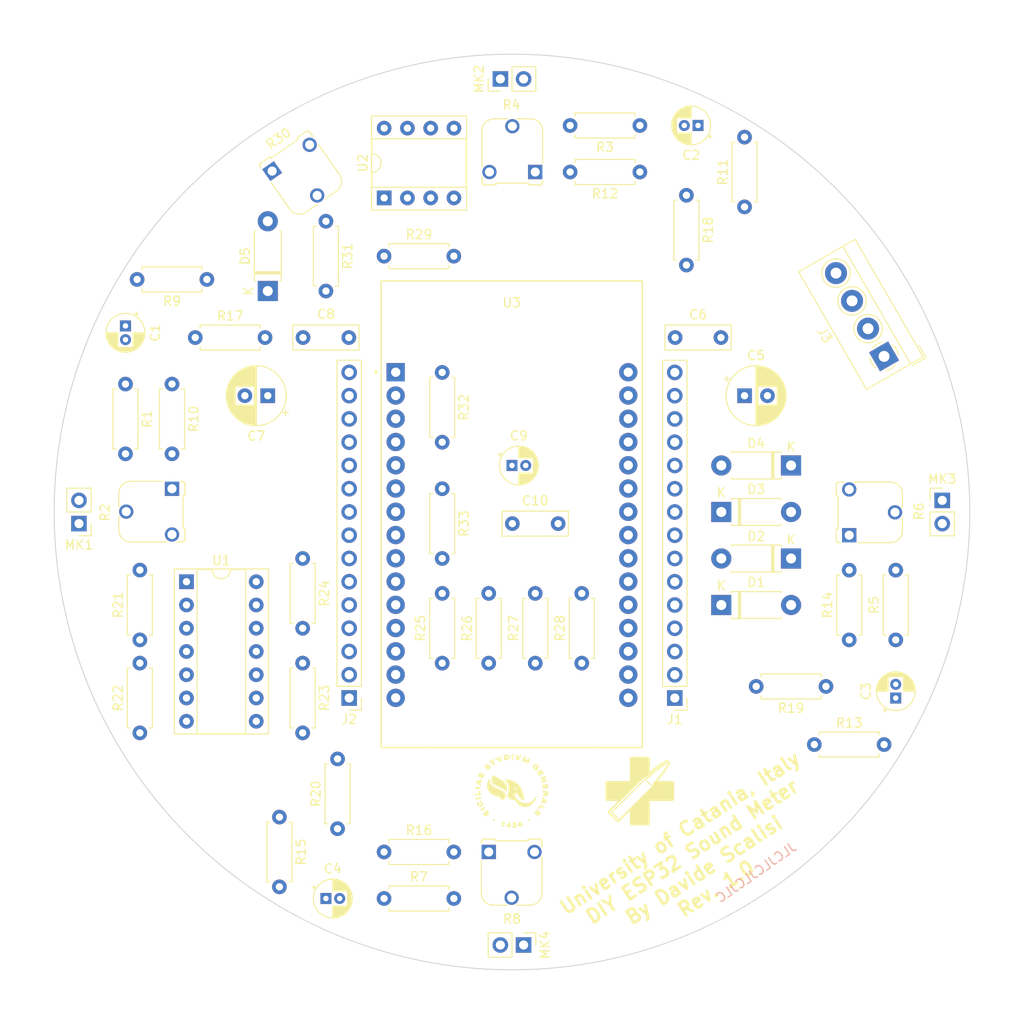
<source format=kicad_pcb>
(kicad_pcb (version 20211014) (generator pcbnew)
  (layers (0 "F.Cu" signal) (31 "B.Cu" signal) (34 "B.Paste" user) (35 "F.Paste" user) (36 "B.SilkS" user "B.Silkscreen") (37 "F.SilkS" user "F.Silkscreen") (38 "B.Mask" user) (39 "F.Mask" user) (44 "Edge.Cuts" user))
  (net 0 "")
  (net 1 "Net-(C1-Pad1)")
  (net 2 "Net-(C1-Pad2)")
  (net 3 "Net-(C2-Pad1)")
  (net 4 "Net-(C2-Pad2)")
  (net 5 "Net-(C3-Pad1)")
  (net 6 "Net-(C3-Pad2)")
  (net 7 "Net-(C4-Pad1)")
  (net 8 "Net-(C4-Pad2)")
  (net 9 "VCC")
  (net 10 "GND")
  (net 11 "+3V3")
  (net 12 "1.65V")
  (net 13 "AC L")
  (net 14 "AC N")
  (net 15 "D34")
  (net 16 "EN")
  (net 17 "VP")
  (net 18 "VN")
  (net 19 "D35")
  (net 20 "D32")
  (net 21 "D33")
  (net 22 "D25")
  (net 23 "D26")
  (net 24 "D27")
  (net 25 "D14")
  (net 26 "D12")
  (net 27 "D13")
  (net 28 "D23")
  (net 29 "D22")
  (net 30 "TX0")
  (net 31 "RX0")
  (net 32 "D21")
  (net 33 "D19")
  (net 34 "D18")
  (net 35 "D5")
  (net 36 "TX2")
  (net 37 "RX2")
  (net 38 "D4")
  (net 39 "D2")
  (net 40 "D15")
  (net 41 "Net-(R1-Pad2)")
  (net 42 "Net-(R3-Pad2)")
  (net 43 "Net-(R5-Pad2)")
  (net 44 "Net-(R7-Pad2)")
  (net 45 "Net-(R17-Pad2)")
  (net 46 "Net-(R18-Pad2)")
  (net 47 "Net-(R19-Pad2)")
  (net 48 "Net-(R20-Pad2)")
  (net 49 "MIC 1")
  (net 50 "MIC 2")
  (net 51 "MIC 3")
  (net 52 "MIC 4")
  (net 53 "Net-(R29-Pad1)")
  (net 54 "Net-(R29-Pad2)")
  (net 55 "Net-(R30-Pad2)")
  (footprint "Capacitor_THT:CP_Radial_D6.3mm_P2.50mm" (layer "F.Cu") (at 120.65 83.82 180)
    (fp_text reference "C7" (at 1.25 -4.4) (layer "F.SilkS"))
    (fp_text value "100uF")
    (pad "1" thru_hole rect (at 0 0 180) (size 1.6 1.6) (drill 0.8) (layers *.Cu *.Mask) (net 11 "+3V3"))
    (pad "2" thru_hole circle (at 2.5 0 180) (size 1.6 1.6) (drill 0.8) (layers *.Cu *.Mask) (net 10 "GND"))
  )
  (footprint "Resistor_THT:R_Axial_DIN0207_L6.3mm_D2.5mm_P7.62mm_Horizontal" (layer "F.Cu") (at 110.19 82.55 -90)
    (fp_text reference "R10" (at 3.81 -2.37 90) (layer "F.SilkS"))
    (fp_text value "100k")
    (pad "1" thru_hole circle (at 0 0 270) (size 1.6 1.6) (drill 0.8) (layers *.Cu *.Mask) (net 1 "Net-(C1-Pad1)"))
    (pad "2" thru_hole oval (at 7.62 0 270) (size 1.6 1.6) (drill 0.8) (layers *.Cu *.Mask) (net 10 "GND"))
  )
  (footprint "Resistor_THT:R_Axial_DIN0207_L6.3mm_D2.5mm_P7.62mm_Horizontal" (layer "F.Cu") (at 133.35 68.58)
    (fp_text reference "R29" (at 3.81 -2.37) (layer "F.SilkS"))
    (fp_text value "1k")
    (pad "1" thru_hole circle (at 0 0) (size 1.6 1.6) (drill 0.8) (layers *.Cu *.Mask) (net 53 "Net-(R29-Pad1)"))
    (pad "2" thru_hole oval (at 7.62 0) (size 1.6 1.6) (drill 0.8) (layers *.Cu *.Mask) (net 54 "Net-(R29-Pad2)"))
  )
  (footprint "Resistor_THT:R_Axial_DIN0207_L6.3mm_D2.5mm_P7.62mm_Horizontal" (layer "F.Cu") (at 124.46 113.025 -90)
    (fp_text reference "R23" (at 3.81 -2.37 90) (layer "F.SilkS"))
    (fp_text value "1M")
    (pad "1" thru_hole circle (at 0 0 270) (size 1.6 1.6) (drill 0.8) (layers *.Cu *.Mask) (net 47 "Net-(R19-Pad2)"))
    (pad "2" thru_hole oval (at 7.62 0 270) (size 1.6 1.6) (drill 0.8) (layers *.Cu *.Mask) (net 51 "MIC 3"))
  )
  (footprint "Capacitor_THT:C_Rect_L7.0mm_W2.5mm_P5.00mm" (layer "F.Cu") (at 129.5 77.47 180)
    (fp_text reference "C8" (at 2.5 2.54) (layer "F.SilkS"))
    (fp_text value "10nF")
    (pad "1" thru_hole circle (at 0 0 180) (size 1.6 1.6) (drill 0.8) (layers *.Cu *.Mask) (net 11 "+3V3"))
    (pad "2" thru_hole circle (at 5 0 180) (size 1.6 1.6) (drill 0.8) (layers *.Cu *.Mask) (net 10 "GND"))
  )
  (footprint "Resistor_THT:R_Axial_DIN0207_L6.3mm_D2.5mm_P7.62mm_Horizontal" (layer "F.Cu") (at 180.34 121.92)
    (fp_text reference "R13" (at 3.81 -2.37) (layer "F.SilkS"))
    (fp_text value "100k")
    (pad "1" thru_hole circle (at 0 0) (size 1.6 1.6) (drill 0.8) (layers *.Cu *.Mask) (net 11 "+3V3"))
    (pad "2" thru_hole oval (at 7.62 0) (size 1.6 1.6) (drill 0.8) (layers *.Cu *.Mask) (net 5 "Net-(C3-Pad1)"))
  )
  (footprint "Diode_THT:D_DO-41_SOD81_P7.62mm_Horizontal" (layer "F.Cu") (at 170.18 106.68)
    (fp_text reference "D1" (at 3.81 -2.47) (layer "F.SilkS"))
    (fp_text value "1N4007")
    (fp_text user "K" (at 0 -2.1) (layer "F.SilkS"))
    (pad "1" thru_hole rect (at 0 0) (size 2.2 2.2) (drill 1.1) (layers *.Cu *.Mask) (net 9 "VCC"))
    (pad "2" thru_hole oval (at 7.62 0) (size 2.2 2.2) (drill 1.1) (layers *.Cu *.Mask) (net 13 "AC L"))
  )
  (footprint "Resistor_THT:R_Axial_DIN0207_L6.3mm_D2.5mm_P7.62mm_Horizontal" (layer "F.Cu") (at 166.37 61.93 -90)
    (fp_text reference "R18" (at 3.81 -2.37 90) (layer "F.SilkS"))
    (fp_text value "100k")
    (pad "1" thru_hole circle (at 0 0 270) (size 1.6 1.6) (drill 0.8) (layers *.Cu *.Mask) (net 3 "Net-(C2-Pad1)"))
    (pad "2" thru_hole oval (at 7.62 0 270) (size 1.6 1.6) (drill 0.8) (layers *.Cu *.Mask) (net 46 "Net-(R18-Pad2)"))
  )
  (footprint "Resistor_THT:R_Axial_DIN0207_L6.3mm_D2.5mm_P7.62mm_Horizontal" (layer "F.Cu") (at 149.86 113.03 90)
    (fp_text reference "R27" (at 3.81 -2.37 90) (layer "F.SilkS"))
    (fp_text value "1k")
    (pad "1" thru_hole circle (at 0 0 90) (size 1.6 1.6) (drill 0.8) (layers *.Cu *.Mask) (net 51 "MIC 3"))
    (pad "2" thru_hole oval (at 7.62 0 90) (size 1.6 1.6) (drill 0.8) (layers *.Cu *.Mask) (net 54 "Net-(R29-Pad2)"))
  )
  (footprint "Resistor_THT:R_Axial_DIN0207_L6.3mm_D2.5mm_P7.62mm_Horizontal" (layer "F.Cu") (at 124.46 101.6 -90)
    (fp_text reference "R24" (at 3.81 -2.37 90) (layer "F.SilkS"))
    (fp_text value "1M")
    (pad "1" thru_hole circle (at 0 0 270) (size 1.6 1.6) (drill 0.8) (layers *.Cu *.Mask) (net 52 "MIC 4"))
    (pad "2" thru_hole oval (at 7.62 0 270) (size 1.6 1.6) (drill 0.8) (layers *.Cu *.Mask) (net 48 "Net-(R20-Pad2)"))
  )
  (footprint "Resistor_THT:R_Axial_DIN0207_L6.3mm_D2.5mm_P7.62mm_Horizontal" (layer "F.Cu") (at 127 64.77 -90)
    (fp_text reference "R31" (at 3.81 -2.37 90) (layer "F.SilkS"))
    (fp_text value "330")
    (pad "1" thru_hole circle (at 0 0 270) (size 1.6 1.6) (drill 0.8) (layers *.Cu *.Mask) (net 55 "Net-(R30-Pad2)"))
    (pad "2" thru_hole oval (at 7.62 0 270) (size 1.6 1.6) (drill 0.8) (layers *.Cu *.Mask) (net 15 "D34"))
  )
  (footprint "Capacitor_THT:CP_Radial_D4.0mm_P1.50mm" (layer "F.Cu") (at 167.64 54.31 180)
    (fp_text reference "C2" (at 0.75 -3.25) (layer "F.SilkS"))
    (fp_text value "10uF")
    (pad "1" thru_hole rect (at 0 0 180) (size 1.2 1.2) (drill 0.6) (layers *.Cu *.Mask) (net 3 "Net-(C2-Pad1)"))
    (pad "2" thru_hole circle (at 1.5 0 180) (size 1.2 1.2) (drill 0.6) (layers *.Cu *.Mask) (net 4 "Net-(C2-Pad2)"))
  )
  (footprint "Resistor_THT:R_Axial_DIN0207_L6.3mm_D2.5mm_P7.62mm_Horizontal" (layer "F.Cu") (at 128.27 131.11 90)
    (fp_text reference "R20" (at 3.81 -2.37 90) (layer "F.SilkS"))
    (fp_text value "100k")
    (pad "1" thru_hole circle (at 0 0 90) (size 1.6 1.6) (drill 0.8) (layers *.Cu *.Mask) (net 7 "Net-(C4-Pad1)"))
    (pad "2" thru_hole oval (at 7.62 0 90) (size 1.6 1.6) (drill 0.8) (layers *.Cu *.Mask) (net 48 "Net-(R20-Pad2)"))
  )
  (footprint "Package_DIP:DIP-8_W7.62mm_Socket" (layer "F.Cu") (at 133.36 62.22 90)
    (fp_text reference "U2" (at 3.81 -2.33 90) (layer "F.SilkS"))
    (fp_text value "LM358")
    (pad "1" thru_hole rect (at 0 0 90) (size 1.6 1.6) (drill 0.8) (layers *.Cu *.Mask) (net 55 "Net-(R30-Pad2)"))
    (pad "2" thru_hole oval (at 0 2.54 90) (size 1.6 1.6) (drill 0.8) (layers *.Cu *.Mask) (net 54 "Net-(R29-Pad2)"))
    (pad "3" thru_hole oval (at 0 5.08 90) (size 1.6 1.6) (drill 0.8) (layers *.Cu *.Mask) (net 10 "GND"))
    (pad "4" thru_hole oval (at 0 7.62 90) (size 1.6 1.6) (drill 0.8) (layers *.Cu *.Mask) (net 10 "GND"))
    (pad "5" thru_hole oval (at 7.62 7.62 90) (size 1.6 1.6) (drill 0.8) (layers *.Cu *.Mask))
    (pad "6" thru_hole oval (at 7.62 5.08 90) (size 1.6 1.6) (drill 0.8) (layers *.Cu *.Mask))
    (pad "7" thru_hole oval (at 7.62 2.54 90) (size 1.6 1.6) (drill 0.8) (layers *.Cu *.Mask))
    (pad "8" thru_hole oval (at 7.62 0 90) (size 1.6 1.6) (drill 0.8) (layers *.Cu *.Mask) (net 9 "VCC"))
  )
  (footprint "Connector_PinHeader_2.54mm:PinHeader_1x02_P2.54mm_Vertical" (layer "F.Cu") (at 146.05 49.23 90)
    (fp_text reference "MK2" (at 0 -2.33 90) (layer "F.SilkS"))
    (fp_text value "Microphone_Condenser")
    (pad "1" thru_hole rect (at 0 0 90) (size 1.7 1.7) (drill 1) (layers *.Cu *.Mask) (net 10 "GND"))
    (pad "2" thru_hole oval (at 0 2.54 90) (size 1.7 1.7) (drill 1) (layers *.Cu *.Mask) (net 4 "Net-(C2-Pad2)"))
  )
  (footprint "Resistor_THT:R_Axial_DIN0207_L6.3mm_D2.5mm_P7.62mm_Horizontal" (layer "F.Cu") (at 161.29 54.31 180)
    (fp_text reference "R3" (at 3.81 -2.37) (layer "F.SilkS"))
    (fp_text value "1k")
    (pad "1" thru_hole circle (at 0 0 180) (size 1.6 1.6) (drill 0.8) (layers *.Cu *.Mask) (net 11 "+3V3"))
    (pad "2" thru_hole oval (at 7.62 0 180) (size 1.6 1.6) (drill 0.8) (layers *.Cu *.Mask) (net 42 "Net-(R3-Pad2)"))
  )
  (footprint "Resistor_THT:R_Axial_DIN0207_L6.3mm_D2.5mm_P7.62mm_Horizontal" (layer "F.Cu") (at 139.7 93.98 -90)
    (fp_text reference "R33" (at 3.81 -2.37 90) (layer "F.SilkS"))
    (fp_text value "10k")
    (pad "1" thru_hole circle (at 0 0 270) (size 1.6 1.6) (drill 0.8) (layers *.Cu *.Mask) (net 12 "1.65V"))
    (pad "2" thru_hole oval (at 7.62 0 270) (size 1.6 1.6) (drill 0.8) (layers *.Cu *.Mask) (net 10 "GND"))
  )
  (footprint "Resistor_THT:R_Axial_DIN0207_L6.3mm_D2.5mm_P7.62mm_Horizontal" (layer "F.Cu") (at 161.29 59.39 180)
    (fp_text reference "R12" (at 3.81 -2.37) (layer "F.SilkS"))
    (fp_text value "100k")
    (pad "1" thru_hole circle (at 0 0 180) (size 1.6 1.6) (drill 0.8) (layers *.Cu *.Mask) (net 3 "Net-(C2-Pad1)"))
    (pad "2" thru_hole oval (at 7.62 0 180) (size 1.6 1.6) (drill 0.8) (layers *.Cu *.Mask) (net 10 "GND"))
  )
  (footprint "Connector_PinHeader_2.54mm:PinHeader_1x02_P2.54mm_Vertical" (layer "F.Cu") (at 148.59 143.81 -90)
    (fp_text reference "MK4" (at 0 -2.33 90) (layer "F.SilkS"))
    (fp_text value "Microphone_Condenser")
    (pad "1" thru_hole rect (at 0 0 270) (size 1.7 1.7) (drill 1) (layers *.Cu *.Mask) (net 10 "GND"))
    (pad "2" thru_hole oval (at 0 2.54 270) (size 1.7 1.7) (drill 1) (layers *.Cu *.Mask) (net 8 "Net-(C4-Pad2)"))
  )
  (footprint "Resistor_THT:R_Axial_DIN0207_L6.3mm_D2.5mm_P7.62mm_Horizontal" (layer "F.Cu") (at 184.15 110.49 90)
    (fp_text reference "R14" (at 3.81 -2.37 90) (layer "F.SilkS"))
    (fp_text value "100k")
    (pad "1" thru_hole circle (at 0 0 90) (size 1.6 1.6) (drill 0.8) (layers *.Cu *.Mask) (net 5 "Net-(C3-Pad1)"))
    (pad "2" thru_hole oval (at 7.62 0 90) (size 1.6 1.6) (drill 0.8) (layers *.Cu *.Mask) (net 10 "GND"))
  )
  (footprint "Potentiometer_THT:Potentiometer_Runtron_RM-065_Vertical" (layer "F.Cu") (at 149.86 59.39 180)
    (fp_text reference "R4" (at 2.6 7.32) (layer "F.SilkS"))
    (fp_text value "10k")
    (pad "1" thru_hole rect (at 0 0 180) (size 1.56 1.56) (drill 1) (layers *.Cu *.Mask) (net 42 "Net-(R3-Pad2)"))
    (pad "2" thru_hole circle (at 2.5 5 180) (size 1.56 1.56) (drill 1) (layers *.Cu *.Mask) (net 4 "Net-(C2-Pad2)"))
    (pad "3" thru_hole circle (at 5 0 180) (size 1.56 1.56) (drill 1) (layers *.Cu *.Mask))
  )
  (footprint "Capacitor_THT:C_Rect_L7.0mm_W2.5mm_P5.00mm" (layer "F.Cu") (at 165.14 77.47)
    (fp_text reference "C6" (at 2.5 -2.5) (layer "F.SilkS"))
    (fp_text value "10nF")
    (pad "1" thru_hole circle (at 0 0) (size 1.6 1.6) (drill 0.8) (layers *.Cu *.Mask) (net 9 "VCC"))
    (pad "2" thru_hole circle (at 5 0) (size 1.6 1.6) (drill 0.8) (layers *.Cu *.Mask) (net 10 "GND"))
  )
  (footprint "Resistor_THT:R_Axial_DIN0207_L6.3mm_D2.5mm_P7.62mm_Horizontal" (layer "F.Cu") (at 106.68 110.485 90)
    (fp_text reference "R21" (at 3.81 -2.37 90) (layer "F.SilkS"))
    (fp_text value "1M")
    (pad "1" thru_hole circle (at 0 0 90) (size 1.6 1.6) (drill 0.8) (layers *.Cu *.Mask) (net 45 "Net-(R17-Pad2)"))
    (pad "2" thru_hole oval (at 7.62 0 90) (size 1.6 1.6) (drill 0.8) (layers *.Cu *.Mask) (net 49 "MIC 1"))
  )
  (footprint "Potentiometer_THT:Potentiometer_Runtron_RM-065_Vertical" (layer "F.Cu") (at 144.78 133.65)
    (fp_text reference "R8" (at 2.54 7.32) (layer "F.SilkS"))
    (fp_text value "10k")
    (pad "1" thru_hole rect (at 0 0) (size 1.56 1.56) (drill 1) (layers *.Cu *.Mask) (net 44 "Net-(R7-Pad2)"))
    (pad "2" thru_hole circle (at 2.5 5) (size 1.56 1.56) (drill 1) (layers *.Cu *.Mask) (net 8 "Net-(C4-Pad2)"))
    (pad "3" thru_hole circle (at 5 0) (size 1.56 1.56) (drill 1) (layers *.Cu *.Mask))
  )
  (footprint "Capacitor_THT:CP_Radial_D4.0mm_P1.50mm" (layer "F.Cu") (at 127 138.73)
    (fp_text reference "C4" (at 0.75 -3.25) (layer "F.SilkS"))
    (fp_text value "10uF")
    (pad "1" thru_hole rect (at 0 0) (size 1.2 1.2) (drill 0.6) (layers *.Cu *.Mask) (net 7 "Net-(C4-Pad1)"))
    (pad "2" thru_hole circle (at 1.5 0) (size 1.2 1.2) (drill 0.6) (layers *.Cu *.Mask) (net 8 "Net-(C4-Pad2)"))
  )
  (footprint "Connector_PinHeader_2.54mm:PinHeader_1x15_P2.54mm_Vertical" (layer "F.Cu") (at 129.54 116.835 180)
    (fp_text reference "J2" (at 0 -2.33) (layer "F.SilkS"))
    (fp_text value "Conn_01x15_Male")
    (pad "1" thru_hole rect (at 0 0 180) (size 1.7 1.7) (drill 1) (layers *.Cu *.Mask) (net 28 "D23"))
    (pad "2" thru_hole oval (at 0 2.54 180) (size 1.7 1.7) (drill 1) (layers *.Cu *.Mask) (net 29 "D22"))
    (pad "3" thru_hole oval (at 0 5.08 180) (size 1.7 1.7) (drill 1) (layers *.Cu *.Mask) (net 30 "TX0"))
    (pad "4" thru_hole oval (at 0 7.62 180) (size 1.7 1.7) (drill 1) (layers *.Cu *.Mask) (net 31 "RX0"))
    (pad "5" thru_hole oval (at 0 10.16 180) (size 1.7 1.7) (drill 1) (layers *.Cu *.Mask) (net 32 "D21"))
    (pad "6" thru_hole oval (at 0 12.7 180) (size 1.7 1.7) (drill 1) (layers *.Cu *.Mask) (net 33 "D19"))
    (pad "7" thru_hole oval (at 0 15.24 180) (size 1.7 1.7) (drill 1) (layers *.Cu *.Mask) (net 34 "D18"))
    (pad "8" thru_hole oval (at 0 17.78 180) (size 1.7 1.7) (drill 1) (layers *.Cu *.Mask) (net 35 "D5"))
    (pad "9" thru_hole oval (at 0 20.32 180) (size 1.7 1.7) (drill 1) (layers *.Cu *.Mask) (net 36 "TX2"))
    (pad "10" thru_hole oval (at 0 22.86 180) (size 1.7 1.7) (drill 1) (layers *.Cu *.Mask) (net 37 "RX2"))
    (pad "11" thru_hole oval (at 0 25.4 180) (size 1.7 1.7) (drill 1) (layers *.Cu *.Mask) (net 38 "D4"))
    (pad "12" thru_hole oval (at 0 27.94 180) (size 1.7 1.7) (drill 1) (layers *.Cu *.Mask) (net 39 "D2"))
    (pad "13" thru_hole oval (at 0 30.48 180) (size 1.7 1.7) (drill 1) (layers *.Cu *.Mask) (net 40 "D15"))
    (pad "14" thru_hole oval (at 0 33.02 180) (size 1.7 1.7) (drill 1) (layers *.Cu *.Mask) (net 10 "GND"))
    (pad "15" thru_hole oval (at 0 35.56 180) (size 1.7 1.7) (drill 1) (layers *.Cu *.Mask) (net 11 "+3V3"))
  )
  (footprint "Potentiometer_THT:Potentiometer_Runtron_RM-065_Vertical" (layer "F.Cu") (at 184.15 99.06 90)
    (fp_text reference "R6" (at 2.6 7.62 90) (layer "F.SilkS"))
    (fp_text value "10k")
    (pad "1" thru_hole rect (at 0 0 90) (size 1.56 1.56) (drill 1) (layers *.Cu *.Mask) (net 43 "Net-(R5-Pad2)"))
    (pad "2" thru_hole circle (at 2.5 5 90) (size 1.56 1.56) (drill 1) (layers *.Cu *.Mask) (net 6 "Net-(C3-Pad2)"))
    (pad "3" thru_hole circle (at 5 0 90) (size 1.56 1.56) (drill 1) (layers *.Cu *.Mask))
  )
  (footprint "Logos:Jugg" (layer "F.Cu") (at 161.29 127)
    (fp_text reference "G***" hide)
    (fp_text value "LOGO" hide)
  )
  (footprint "Diode_THT:D_DO-41_SOD81_P7.62mm_Horizontal" (layer "F.Cu") (at 120.65 72.39 90)
    (fp_text reference "D5" (at 3.81 -2.47 90) (layer "F.SilkS"))
    (fp_text value "3.3V")
    (fp_text user "K" (at 0 -2.1 90) (layer "F.SilkS"))
    (pad "1" thru_hole rect (at 0 0 90) (size 2.2 2.2) (drill 1.1) (layers *.Cu *.Mask) (net 15 "D34"))
    (pad "2" thru_hole oval (at 7.62 0 90) (size 2.2 2.2) (drill 1.1) (layers *.Cu *.Mask) (net 10 "GND"))
  )
  (footprint "Capacitor_THT:CP_Radial_D4.0mm_P1.50mm" (layer "F.Cu") (at 105.11 76.2 -90)
    (fp_text reference "C1" (at 0.75 -3.25 90) (layer "F.SilkS"))
    (fp_text value "10uF")
    (pad "1" thru_hole rect (at 0 0 270) (size 1.2 1.2) (drill 0.6) (layers *.Cu *.Mask) (net 1 "Net-(C1-Pad1)"))
    (pad "2" thru_hole circle (at 1.5 0 270) (size 1.2 1.2) (drill 0.6) (layers *.Cu *.Mask) (net 2 "Net-(C1-Pad2)"))
  )
  (footprint "Package_DIP:DIP-14_W7.62mm_Socket" (layer "F.Cu") (at 111.77 104.135)
    (fp_text reference "U1" (at 3.81 -2.33) (layer "F.SilkS"))
    (fp_text value "LM324")
    (pad "1" thru_hole rect (at 0 0) (size 1.6 1.6) (drill 0.8) (layers *.Cu *.Mask) (net 49 "MIC 1"))
    (pad "2" thru_hole oval (at 0 2.54) (size 1.6 1.6) (drill 0.8) (layers *.Cu *.Mask) (net 45 "Net-(R17-Pad2)"))
    (pad "3" thru_hole oval (at 0 5.08) (size 1.6 1.6) (drill 0.8) (layers *.Cu *.Mask) (net 12 "1.65V"))
    (pad "4" thru_hole oval (at 0 7.62) (size 1.6 1.6) (drill 0.8) (layers *.Cu *.Mask) (net 9 "VCC"))
    (pad "5" thru_hole oval (at 0 10.16) (size 1.6 1.6) (drill 0.8) (layers *.Cu *.Mask) (net 12 "1.65V"))
    (pad "6" thru_hole oval (at 0 12.7) (size 1.6 1.6) (drill 0.8) (layers *.Cu *.Mask) (net 46 "Net-(R18-Pad2)"))
    (pad "7" thru_hole oval (at 0 15.24) (size 1.6 1.6) (drill 0.8) (layers *.Cu *.Mask) (net 50 "MIC 2"))
    (pad "8" thru_hole oval (at 7.62 15.24) (size 1.6 1.6) (drill 0.8) (layers *.Cu *.Mask) (net 51 "MIC 3"))
    (pad "9" thru_hole oval (at 7.62 12.7) (size 1.6 1.6) (drill 0.8) (layers *.Cu *.Mask) (net 47 "Net-(R19-Pad2)"))
    (pad "10" thru_hole oval (at 7.62 10.16) (size 1.6 1.6) (drill 0.8) (layers *.Cu *.Mask) (net 12 "1.65V"))
    (pad "11" thru_hole oval (at 7.62 7.62) (size 1.6 1.6) (drill 0.8) (layers *.Cu *.Mask) (net 10 "GND"))
    (pad "12" thru_hole oval (at 7.62 5.08) (size 1.6 1.6) (drill 0.8) (layers *.Cu *.Mask) (net 12 "1.65V"))
    (pad "13" thru_hole oval (at 7.62 2.54) (size 1.6 1.6) (drill 0.8) (layers *.Cu *.Mask) (net 48 "Net-(R20-Pad2)"))
    (pad "14" thru_hole oval (at 7.62 0) (size 1.6 1.6) (drill 0.8) (layers *.Cu *.Mask) (net 52 "MIC 4"))
  )
  (footprint "Resistor_THT:R_Axial_DIN0207_L6.3mm_D2.5mm_P7.62mm_Horizontal" (layer "F.Cu") (at 114 71.12 180)
    (fp_text reference "R9" (at 3.81 -2.37) (layer "F.SilkS"))
    (fp_text value "100k")
    (pad "1" thru_hole circle (at 0 0 180) (size 1.6 1.6) (drill 0.8) (layers *.Cu *.Mask) (net 11 "+3V3"))
    (pad "2" thru_hole oval (at 7.62 0 180) (size 1.6 1.6) (drill 0.8) (layers *.Cu *.Mask) (net 1 "Net-(C1-Pad1)"))
  )
  (footprint "Connector_PinHeader_2.54mm:PinHeader_1x02_P2.54mm_Vertical" (layer "F.Cu") (at 100.03 97.79 180)
    (fp_text reference "MK1" (at 0 -2.33) (layer "F.SilkS"))
    (fp_text value "Microphone_Condenser")
    (pad "1" thru_hole rect (at 0 0 180) (size 1.7 1.7) (drill 1) (layers *.Cu *.Mask) (net 10 "GND"))
    (pad "2" thru_hole oval (at 0 2.54 180) (size 1.7 1.7) (drill 1) (layers *.Cu *.Mask) (net 2 "Net-(C1-Pad2)"))
  )
  (footprint "Potentiometer_THT:Potentiometer_Runtron_RM-065_Vertical" (layer "F.Cu") (at 110.19 93.98 -90)
    (fp_text reference "R2" (at 2.6 7.32 90) (layer "F.SilkS"))
    (fp_text value "10k")
    (pad "1" thru_hole rect (at 0 0 270) (size 1.56 1.56) (drill 1) (layers *.Cu *.Mask) (net 41 "Net-(R1-Pad2)"))
    (pad "2" thru_hole circle (at 2.5 5 270) (size 1.56 1.56) (drill 1) (layers *.Cu *.Mask) (net 2 "Net-(C1-Pad2)"))
    (pad "3" thru_hole circle (at 5 0 270) (size 1.56 1.56) (drill 1) (layers *.Cu *.Mask))
  )
  (footprint "Resistor_THT:R_Axial_DIN0207_L6.3mm_D2.5mm_P7.62mm_Horizontal" (layer "F.Cu") (at 112.73 77.47)
    (fp_text reference "R17" (at 3.81 -2.37) (layer "F.SilkS"))
    (fp_text value "100k")
    (pad "1" thru_hole circle (at 0 0) (size 1.6 1.6) (drill 0.8) (layers *.Cu *.Mask) (net 1 "Net-(C1-Pad1)"))
    (pad "2" thru_hole oval (at 7.62 0) (size 1.6 1.6) (drill 0.8) (layers *.Cu *.Mask) (net 45 "Net-(R17-Pad2)"))
  )
  (footprint "Connector_PinHeader_2.54mm:PinHeader_1x02_P2.54mm_Vertical" (layer "F.Cu") (at 194.31 95.25)
    (fp_text reference "MK3" (at 0 -2.33) (layer "F.SilkS"))
    (fp_text value "Microphone_Condenser")
    (pad "1" thru_hole rect (at 0 0) (size 1.7 1.7) (drill 1) (layers *.Cu *.Mask) (net 10 "GND"))
    (pad "2" thru_hole oval (at 0 2.54) (size 1.7 1.7) (drill 1) (layers *.Cu *.Mask) (net 6 "Net-(C3-Pad2)"))
  )
  (footprint "Connector_PinHeader_2.54mm:PinHeader_1x15_P2.54mm_Vertical" (layer "F.Cu") (at 165.1 116.84 180)
    (fp_text reference "J1" (at 0 -2.33) (layer "F.SilkS"))
    (fp_text value "Conn_01x15_Male")
    (pad "1" thru_hole rect (at 0 0 180) (size 1.7 1.7) (drill 1) (layers *.Cu *.Mask) (net 16 "EN"))
    (pad "2" thru_hole oval (at 0 2.54 180) (size 1.7 1.7) (drill 1) (layers *.Cu *.Mask) (net 17 "VP"))
    (pad "3" thru_hole oval (at 0 5.08 180) (size 1.7 1.7) (drill 1) (layers *.Cu *.Mask) (net 18 "VN"))
    (pad "4" thru_hole oval (at 0 7.62 180) (size 1.7 1.7) (drill 1) (layers *.Cu *.Mask) (net 15 "D34"))
    (pad "5" thru_hole oval (at 0 10.16 180) (size 1.7 1.7) (drill 1) (layers *.Cu *.Mask) (net 19 "D35"))
    (pad "6" thru_hole oval (at 0 12.7 180) (size 1.7 1.7) (drill 1) (layers *.Cu *.Mask) (net 20 "D32"))
    (pad "7" thru_hole oval (at 0 15.24 180) (size 1.7 1.7) (drill 1) (layers *.Cu *.Mask) (net 21 "D33"))
    (pad "8" thru_hole oval (at 0 17.78 180) (size 1.7 1.7) (drill 1) (layers *.Cu *.Mask) (net 22 "D25"))
    (pad "9" thru_hole oval (at 0 20.32 180) (size 1.7 1.7) (drill 1) (layers *.Cu *.Mask) (net 23 "D26"))
    (pad "10" thru_hole oval (at 0 22.86 180) (size 1.7 1.7) (drill 1) (layers *.Cu *.Mask) (net 24 "D27"))
    (pad "11" thru_hole oval (at 0 25.4 180) (size 1.7 1.7) (drill 1) (layers *.Cu *.Mask) (net 25 "D14"))
    (pad "12" thru_hole oval (at 0 27.94 180) (size 1.7 1.7) (drill 1) (layers *.Cu *.Mask) (net 26 "D12"))
    (pad "13" thru_hole oval (at 0 30.48 180) (size 1.7 1.7) (drill 1) (layers *.Cu *.Mask) (net 27 "D13"))
    (pad "14" thru_hole oval (at 0 33.02 180) (size 1.7 1.7) (drill 1) (layers *.Cu *.Mask) (net 10 "GND"))
    (pad "15" thru_hole oval (at 0 35.56 180) (size 1.7 1.7) (drill 1) (layers *.Cu *.Mask) (net 9 "VCC"))
  )
  (footprint "Resistor_THT:R_Axial_DIN0207_L6.3mm_D2.5mm_P7.62mm_Horizontal" (layer "F.Cu") (at 139.7 113.03 90)
    (fp_text reference "R25" (at 3.81 -2.37 90) (layer "F.SilkS"))
    (fp_text value "1k")
    (pad "1" thru_hole circle (at 0 0 90) (size 1.6 1.6) (drill 0.8) (layers *.Cu *.Mask) (net 49 "MIC 1"))
    (pad "2" thru_hole oval (at 7.62 0 90) (size 1.6 1.6) (drill 0.8) (layers *.Cu *.Mask) (net 54 "Net-(R29-Pad2)"))
  )
  (footprint "Diode_THT:D_DO-41_SOD81_P7.62mm_Horizontal" (layer "F.Cu") (at 177.8 91.44 180)
    (fp_text reference "D4" (at 3.81 2.413) (layer "F.SilkS"))
    (fp_text value "1N4007")
    (fp_text user "K" (at 0 2.032) (layer "F.SilkS"))
    (pad "1" thru_hole rect (at 0 0 180) (size 2.2 2.2) (drill 1.1) (layers *.Cu *.Mask) (net 14 "AC N"))
    (pad "2" thru_hole oval (at 7.62 0 180) (size 2.2 2.2) (drill 1.1) (layers *.Cu *.Mask) (net 10 "GND"))
  )
  (footprint "TerminalBlock_4Ucon:TerminalBlock_4Ucon_1x04_P3.50mm_Horizontal" (layer "F.Cu") (at 187.958398 79.526634 120)
    (fp_text reference "J3" (at 5.25 -4.46 120) (layer "F.SilkS"))
    (fp_text value "Power")
    (pad "1" thru_hole rect (at 0 0 120) (size 2.4 2.4) (drill 1.2) (layers *.Cu *.Mask) (net 10 "GND"))
    (pad "2" thru_hole circle (at 3.5 0 120) (size 2.4 2.4) (drill 1.2) (layers *.Cu *.Mask) (net 9 "VCC"))
    (pad "3" thru_hole circle (at 7 0 120) (size 2.4 2.4) (drill 1.2) (layers *.Cu *.Mask) (net 13 "AC L"))
    (pad "4" thru_hole circle (at 10.5 0 120) (size 2.4 2.4) (drill 1.2) (layers *.Cu *.Mask) (net 14 "AC N"))
  )
  (footprint "Potentiometer_THT:Potentiometer_Runtron_RM-065_Vertical" (layer "F.Cu") (at 121.127309 59.289041 35)
    (fp_text reference "R30" (at 2.6 -2.5 35) (layer "F.SilkS"))
    (fp_text value "10k")
    (pad "1" thru_hole rect (at 0 0 35) (size 1.56 1.56) (drill 1) (layers *.Cu *.Mask) (net 53 "Net-(R29-Pad1)"))
    (pad "2" thru_hole circle (at 2.5 5 35) (size 1.56 1.56) (drill 1) (layers *.Cu *.Mask) (net 55 "Net-(R30-Pad2)"))
    (pad "3" thru_hole circle (at 5 0 35) (size 1.56 1.56) (drill 1) (layers *.Cu *.Mask))
  )
  (footprint "Capacitor_THT:CP_Radial_D4.0mm_P1.50mm" (layer "F.Cu") (at 189.23 116.84 90)
    (fp_text reference "C3" (at 0.75 -3.25 90) (layer "F.SilkS"))
    (fp_text value "10uF")
    (pad "1" thru_hole rect (at 0 0 90) (size 1.2 1.2) (drill 0.6) (layers *.Cu *.Mask) (net 5 "Net-(C3-Pad1)"))
    (pad "2" thru_hole circle (at 1.5 0 90) (size 1.2 1.2) (drill 0.6) (layers *.Cu *.Mask) (net 6 "Net-(C3-Pad2)"))
  )
  (footprint "Resistor_THT:R_Axial_DIN0207_L6.3mm_D2.5mm_P7.62mm_Horizontal" (layer "F.Cu") (at 172.72 63.2 90)
    (fp_text reference "R11" (at 3.81 -2.37 90) (layer "F.SilkS"))
    (fp_text value "100k")
    (pad "1" thru_hole circle (at 0 0 90) (size 1.6 1.6) (drill 0.8) (layers *.Cu *.Mask) (net 11 "+3V3"))
    (pad "2" thru_hole oval (at 7.62 0 90) (size 1.6 1.6) (drill 0.8) (layers *.Cu *.Mask) (net 3 "Net-(C2-Pad1)"))
  )
  (footprint "Resistor_THT:R_Axial_DIN0207_L6.3mm_D2.5mm_P7.62mm_Horizontal" (layer "F.Cu") (at 106.68 120.645 90)
    (fp_text reference "R22" (at 3.81 -2.37 90) (layer "F.SilkS"))
    (fp_text value "1M")
    (pad "1" thru_hole circle (at 0 0 90) (size 1.6 1.6) (drill 0.8) (layers *.Cu *.Mask) (net 50 "MIC 2"))
    (pad "2" thru_hole oval (at 7.62 0 90) (size 1.6 1.6) (drill 0.8) (layers *.Cu *.Mask) (net 46 "Net-(R18-Pad2)"))
  )
  (footprint "Resistor_THT:R_Axial_DIN0207_L6.3mm_D2.5mm_P7.62mm_Horizontal" (layer "F.Cu") (at 181.61 115.57 180)
    (fp_text reference "R19" (at 3.81 -2.37) (layer "F.SilkS"))
    (fp_text value "100k")
    (pad "1" thru_hole circle (at 0 0 180) (size 1.6 1.6) (drill 0.8) (layers *.Cu *.Mask) (net 5 "Net-(C3-Pad1)"))
    (pad "2" thru_hole oval (at 7.62 0 180) (size 1.6 1.6) (drill 0.8) (layers *.Cu *.Mask) (net 47 "Net-(R19-Pad2)"))
  )
  (footprint "Diode_THT:D_DO-41_SOD81_P7.62mm_Horizontal" (layer "F.Cu") (at 170.18 96.52)
    (fp_text reference "D3" (at 3.81 -2.47) (layer "F.SilkS"))
    (fp_text value "1N4007")
    (fp_text user "K" (at 0 -2.1) (layer "F.SilkS"))
    (pad "1" thru_hole rect (at 0 0) (size 2.2 2.2) (drill 1.1) (layers *.Cu *.Mask) (net 9 "VCC"))
    (pad "2" thru_hole oval (at 7.62 0) (size 2.2 2.2) (drill 1.1) (layers *.Cu *.Mask) (net 14 "AC N"))
  )
  (footprint "Resistor_THT:R_Axial_DIN0207_L6.3mm_D2.5mm_P7.62mm_Horizontal" (layer "F.Cu") (at 144.78 113.03 90)
    (fp_text reference "R26" (at 3.81 -2.37 90) (layer "F.SilkS"))
    (fp_text value "1k")
    (pad "1" thru_hole circle (at 0 0 90) (size 1.6 1.6) (drill 0.8) (layers *.Cu *.Mask) (net 50 "MIC 2"))
    (pad "2" thru_hole oval (at 7.62 0 90) (size 1.6 1.6) (drill 0.8) (layers *.Cu *.Mask) (net 54 "Net-(R29-Pad2)"))
  )
  (footprint "Capacitor_THT:CP_Radial_D4.0mm_P1.50mm" (layer "F.Cu") (at 147.32 91.44)
    (fp_text reference "C9" (at 0.75 -3.25) (layer "F.SilkS"))
    (fp_text value "10uF")
    (pad "1" thru_hole rect (at 0 0) (size 1.2 1.2) (drill 0.6) (layers *.Cu *.Mask) (net 12 "1.65V"))
    (pad "2" thru_hole circle (at 1.5 0) (size 1.2 1.2) (drill 0.6) (layers *.Cu *.Mask) (net 10 "GND"))
  )
  (footprint "Resistor_THT:R_Axial_DIN0207_L6.3mm_D2.5mm_P7.62mm_Horizontal" (layer "F.Cu") (at 133.35 133.65)
    (fp_text reference "R16" (at 3.81 -2.37) (layer "F.SilkS"))
    (fp_text value "100k")
    (pad "1" thru_hole circle (at 0 0) (size 1.6 1.6) (drill 0.8) (layers *.Cu *.Mask) (net 7 "Net-(C4-Pad1)"))
    (pad "2" thru_hole oval (at 7.62 0) (size 1.6 1.6) (drill 0.8) (layers *.Cu *.Mask) (net 10 "GND"))
  )
  (footprint "Resistor_THT:R_Axial_DIN0207_L6.3mm_D2.5mm_P7.62mm_Horizontal" (layer "F.Cu") (at 139.7 81.28 -90)
    (fp_text reference "R32" (at 3.81 -2.37 90) (layer "F.SilkS"))
    (fp_text value "10k")
    (pad "1" thru_hole circle (at 0 0 270) (size 1.6 1.6) (drill 0.8) (layers *.Cu *.Mask) (net 11 "+3V3"))
    (pad "2" thru_hole oval (at 7.62 0 270) (size 1.6 1.6) (drill 0.8) (layers *.Cu *.Mask) (net 12 "1.65V"))
  )
  (footprint "Logos:UniCT" (layer "F.Cu") (at 147.28 127)
    (fp_text reference "G***" hide)
    (fp_text value "LOGO" hide)
  )
  (footprint "Resistor_THT:R_Axial_DIN0207_L6.3mm_D2.5mm_P7.62mm_Horizontal" (layer "F.Cu") (at 133.35 138.73)
    (fp_text reference "R7" (at 3.81 -2.37) (layer "F.SilkS"))
    (fp_text value "1k")
    (pad "1" thru_hole circle (at 0 0) (size 1.6 1.6) (drill 0.8) (layers *.Cu *.Mask) (net 11 "+3V3"))
    (pad "2" thru_hole oval (at 7.62 0) (size 1.6 1.6) (drill 0.8) (layers *.Cu *.Mask) (net 44 "Net-(R7-Pad2)"))
  )
  (footprint "Resistor_THT:R_Axial_DIN0207_L6.3mm_D2.5mm_P7.62mm_Horizontal" (layer "F.Cu") (at 154.94 113.03 90)
    (fp_text reference "R28" (at 3.81 -2.37 90) (layer "F.SilkS"))
    (fp_text value "1k")
    (pad "1" thru_hole circle (at 0 0 90) (size 1.6 1.6) (drill 0.8) (layers *.Cu *.Mask) (net 52 "MIC 4"))
    (pad "2" thru_hole oval (at 7.62 0 90) (size 1.6 1.6) (drill 0.8) (layers *.Cu *.Mask) (net 54 "Net-(R29-Pad2)"))
  )
  (footprint "Diode_THT:D_DO-41_SOD81_P7.62mm_Horizontal" (layer "F.Cu") (at 177.8 101.6 180)
    (fp_text reference "D2" (at 3.81 2.413) (layer "F.SilkS"))
    (fp_text value "1N4007")
    (fp_text user "K" (at 0 2.032) (layer "F.SilkS"))
    (pad "1" thru_hole rect (at 0 0 180) (size 2.2 2.2) (drill 1.1) (layers *.Cu *.Mask) (net 13 "AC L"))
    (pad "2" thru_hole oval (at 7.62 0 180) (size 2.2 2.2) (drill 1.1) (layers *.Cu *.Mask) (net 10 "GND"))
  )
  (footprint "Capacitor_THT:CP_Radial_D6.3mm_P2.50mm" (layer "F.Cu") (at 172.72 83.82)
    (fp_text reference "C5" (at 1.25 -4.4) (layer "F.SilkS"))
    (fp_text value "100uF")
    (pad "1" thru_hole rect (at 0 0) (size 1.6 1.6) (drill 0.8) (layers *.Cu *.Mask) (net 9 "VCC"))
    (pad "2" thru_hole circle (at 2.5 0) (size 1.6 1.6) (drill 0.8) (layers *.Cu *.Mask) (net 10 "GND"))
  )
  (footprint "Resistor_THT:R_Axial_DIN0207_L6.3mm_D2.5mm_P7.62mm_Horizontal" (layer "F.Cu") (at 105.11 82.55 -90)
    (fp_text reference "R1" (at 3.81 -2.37 90) (layer "F.SilkS"))
    (fp_text value "1k")
    (pad "1" thru_hole circle (at 0 0 270) (size 1.6 1.6) (drill 0.8) (layers *.Cu *.Mask) (net 11 "+3V3"))
    (pad "2" thru_hole oval (at 7.62 0 270) (size 1.6 1.6) (drill 0.8) (layers *.Cu *.Mask) (net 41 "Net-(R1-Pad2)"))
  )
  (footprint "Resistor_THT:R_Axial_DIN0207_L6.3mm_D2.5mm_P7.62mm_Horizontal" (layer "F.Cu") (at 121.92 129.84 -90)
    (fp_text reference "R15" (at 3.81 -2.37 90) (layer "F.SilkS"))
    (fp_text value "100k")
    (pad "1" thru_hole circle (at 0 0 270) (size 1.6 1.6) (drill 0.8) (layers *.Cu *.Mask) (net 11 "+3V3"))
    (pad "2" thru_hole oval (at 7.62 0 270) (size 1.6 1.6) (drill 0.8) (layers *.Cu *.Mask) (net 7 "Net-(C4-Pad1)"))
  )
  (footprint "ESP32-DEVKIT-V1:MODULE_ESP32_DEVKIT_V1" (layer "F.Cu") (at 147.32 96.774)
    (fp_text reference "U3" (at -0.025 -23.114) (layer "F.SilkS"))
    (fp_text value "ESP32-DEVKIT-V1")
    (pad "" np_thru_hole circle locked (at -12.28 -23.475) (size 3 3) (drill 3) (layers *.Cu *.Mask))
    (pad "" np_thru_hole circle locked (at -12.28 23.475) (size 3 3) (drill 3) (layers *.Cu *.Mask))
    (pad "" np_thru_hole circle locked (at 12.23 -23.475) (size 3 3) (drill 3) (layers *.Cu *.Mask))
    (pad "" np_thru_hole circle locked (at 12.23 23.475) (size 3 3) (drill 3) (layers *.Cu *.Mask))
    (pad "1" thru_hole rect locked (at -12.7 -15.515) (size 2 2) (drill 1.02) (layers *.Cu *.Mask) (net 11 "+3V3"))
    (pad "2" thru_hole circle locked (at -12.7 -12.975) (size 2 2) (drill 1.02) (layers *.Cu *.Mask) (net 10 "GND"))
    (pad "3" thru_hole circle locked (at -12.7 -10.435) (size 2 2) (drill 1.02) (layers *.Cu *.Mask) (net 40 "D15"))
    (pad "4" thru_hole circle locked (at -12.7 -7.895) (size 2 2) (drill 1.02) (layers *.Cu *.Mask) (net 39 "D2"))
    (pad "5" thru_hole circle locked (at -12.7 -5.355) (size 2 2) (drill 1.02) (layers *.Cu *.Mask) (net 38 "D4"))
    (pad "6" thru_hole circle locked (at -12.7 -2.815) (size 2 2) (drill 1.02) (layers *.Cu *.Mask) (net 37 "RX2"))
    (pad "7" thru_hole circle locked (at -12.7 -0.275) (size 2 2) (drill 1.02) (layers *.Cu *.Mask) (net 36 "TX2"))
    (pad "8" thru_hole circle locked (at -12.7 2.265) (size 2 2) (drill 1.02) (layers *.Cu *.Mask) (net 35 "D5"))
    (pad "9" thru_hole circle locked (at -12.7 4.805) (size 2 2) (drill 1.02) (layers *.Cu *.Mask) (net 34 "D18"))
    (pad "10" thru_hole circle locked (at -12.7 7.345) (size 2 2) (drill 1.02) (layers *.Cu *.Mask) (net 33 "D19"))
    (pad "11" thru_hole circle locked (at -12.7 9.885) (size 2 2) (drill 1.02) (layers *.Cu *.Mask) (net 32 "D21"))
    (pad "12" thru_hole circle locked (at -12.7 12.425) (size 2 2) (drill 1.02) (layers *.Cu *.Mask) (net 31 "RX0"))
    (pad "13" thru_hole circle locked (at -12.7 14.965) (size 2 2) (drill 1.02) (layers *.Cu *.Mask) (net 30 "TX0"))
    (pad "14" thru_hole circle locked (at -12.7 17.505) (size 2 2) (drill 1.02) (layers *.Cu *.Mask) (net 29 "D22"))
    (pad "15" thru_hole circle locked (at -12.7 20.045) (size 2 2) (drill 1.02) (layers *.Cu *.Mask) (net 28 "D23"))
    (pad "16" thru_hole circle locked (at 12.7 20.045) (size 2 2) (drill 1.02) (layers *.Cu *.Mask) (net 16 "EN"))
    (pad "17" thru_hole circle locked (at 12.7 17.505) (size 2 2) (drill 1.02) (layers *.Cu *.Mask) (net 17 "VP"))
    (pad "18" thru_hole circle locked (at 12.7 14.965) (size 2 2) (drill 1.02) (layers *.Cu *.Mask) (net 18 "VN"))
    (pad "19" thru_hole circle locked (at 12.7 12.425) (size 2 2) (drill 1.02) (layers *.Cu *.Mask) (net 15 "D34"))
    (pad "20" thru_hole circle locked (at 12.7 9.885) (size 2 2) (drill 1.02) (layers *.Cu *.Mask) (net 19 "D35"))
    (pad "21" thru_hole circle locked (at 12.7 7.345) (size 2 2) (drill 1.02) (layers *.Cu *.Mask) (net 20 "D32"))
    (pad "22" thru_hole circle locked (at 12.7 4.805) (size 2 2) (drill 1.02) (layers *.Cu *.Mask) (net 21 "D33"))
    (pad "23" thru_hole circle locked (at 12.7 2.265) (size 2 2) (drill 1.02) (layers *.Cu *.Mask) (net 22 "D25"))
    (pad "24" thru_hole circle locked (at 12.7 -0.275) (size 2 2) (drill 1.02) (layers *.Cu *.Mask) (net 23 "D26"))
    (pad "25" thru_hole circle locked (at 12.7 -2.815) (size 2 2) (drill 1.02) (layers *.Cu *.Mask) (net 24 "D27"))
    (pad "26" thru_hole circle locked (at 12.7 -5.355) (size 2 2) (drill 1.02) (layers *.Cu *.Mask) (net 25 "D14"))
    (pad "27" thru_hole circle locked (at 12.7 -7.895) (size 2 2) (drill 1.02) (layers *.Cu *.Mask) (net 26 "D12"))
    (pad "28" thru_hole circle locked (at 12.7 -10.435) (size 2 2) (drill 1.02) (layers *.Cu *.Mask) (net 27 "D13"))
    (pad "29" thru_hole circle locked (at 12.7 -12.975) (size 2 2) (drill 1.02) (layers *.Cu *.Mask) (net 10 "GND"))
    (pad "30" thru_hole circle locked (at 12.7 -15.515) (size 2 2) (drill 1.02) (layers *.Cu *.Mask) (net 9 "VCC"))
  )
  (footprint "Capacitor_THT:C_Rect_L7.0mm_W2.5mm_P5.00mm" (layer "F.Cu") (at 147.36 97.79)
    (fp_text reference "C10" (at 2.5 -2.5) (layer "F.SilkS"))
    (fp_text value "10nF")
    (pad "1" thru_hole circle (at 0 0) (size 1.6 1.6) (drill 0.8) (layers *.Cu *.Mask) (net 12 "1.65V"))
    (pad "2" thru_hole circle (at 5 0) (size 1.6 1.6) (drill 0.8) (layers *.Cu *.Mask) (net 10 "GND"))
  )
  (footprint "Resistor_THT:R_Axial_DIN0207_L6.3mm_D2.5mm_P7.62mm_Horizontal" (layer "F.Cu") (at 189.23 110.49 90)
    (fp_text reference "R5" (at 3.81 -2.37 90) (layer "F.SilkS"))
    (fp_text value "1k")
    (pad "1" thru_hole circle (at 0 0 90) (size 1.6 1.6) (drill 0.8) (layers *.Cu *.Mask) (net 11 "+3V3"))
    (pad "2" thru_hole oval (at 7.62 0 90) (size 1.6 1.6) (drill 0.8) (layers *.Cu *.Mask) (net 43 "Net-(R5-Pad2)"))
  )
  (gr_circle (center 147.32 96.52) (end 197.32 96.52) (layer "Edge.Cuts") (width 0.1) (fill none))
  (gr_text "JLCJLCJLCJLC" (at 173.99 135.89 35) (layer "B.SilkS") (effects (font (size 1 1)) (justify mirror)))
  (gr_text "University of Catania, Italy\nDIY ESP32 Sound Meter\nBy Davide Scalisi\nRev. 1.0" (at 167.64 134.62 33) (layer "F.SilkS") (effects (font (size 1.5 1.5) (thickness 0.3))))
)
</source>
